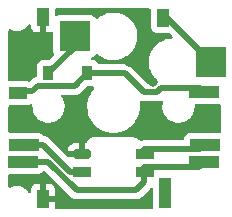
<source format=gbr>
%TF.GenerationSoftware,KiCad,Pcbnew,(6.0.2-0)*%
%TF.CreationDate,2022-10-03T22:05:57+11:00*%
%TF.ProjectId,ameoba,616d656f-6261-42e6-9b69-6361645f7063,rev?*%
%TF.SameCoordinates,Original*%
%TF.FileFunction,Copper,L2,Bot*%
%TF.FilePolarity,Positive*%
%FSLAX46Y46*%
G04 Gerber Fmt 4.6, Leading zero omitted, Abs format (unit mm)*
G04 Created by KiCad (PCBNEW (6.0.2-0)) date 2022-10-03 22:05:57*
%MOMM*%
%LPD*%
G01*
G04 APERTURE LIST*
G04 Aperture macros list*
%AMRoundRect*
0 Rectangle with rounded corners*
0 $1 Rounding radius*
0 $2 $3 $4 $5 $6 $7 $8 $9 X,Y pos of 4 corners*
0 Add a 4 corners polygon primitive as box body*
4,1,4,$2,$3,$4,$5,$6,$7,$8,$9,$2,$3,0*
0 Add four circle primitives for the rounded corners*
1,1,$1+$1,$2,$3*
1,1,$1+$1,$4,$5*
1,1,$1+$1,$6,$7*
1,1,$1+$1,$8,$9*
0 Add four rect primitives between the rounded corners*
20,1,$1+$1,$2,$3,$4,$5,0*
20,1,$1+$1,$4,$5,$6,$7,0*
20,1,$1+$1,$6,$7,$8,$9,0*
20,1,$1+$1,$8,$9,$2,$3,0*%
G04 Aperture macros list end*
%TA.AperFunction,SMDPad,CuDef*%
%ADD10R,1.492724X0.824104*%
%TD*%
%TA.AperFunction,SMDPad,CuDef*%
%ADD11R,1.492724X0.810988*%
%TD*%
%TA.AperFunction,SMDPad,CuDef*%
%ADD12R,1.489015X0.821296*%
%TD*%
%TA.AperFunction,SMDPad,CuDef*%
%ADD13RoundRect,0.205318X0.539189X0.205318X-0.539189X0.205318X-0.539189X-0.205318X0.539189X-0.205318X0*%
%TD*%
%TA.AperFunction,ComponentPad*%
%ADD14R,1.000000X1.500000*%
%TD*%
%TA.AperFunction,ComponentPad*%
%ADD15R,2.500000X1.000000*%
%TD*%
%TA.AperFunction,SMDPad,CuDef*%
%ADD16R,2.600000X2.600000*%
%TD*%
%TA.AperFunction,ComponentPad*%
%ADD17R,1.000000X2.500000*%
%TD*%
%TA.AperFunction,ComponentPad*%
%ADD18R,1.500000X1.000000*%
%TD*%
%TA.AperFunction,SMDPad,CuDef*%
%ADD19R,0.900000X1.200000*%
%TD*%
%TA.AperFunction,ViaPad*%
%ADD20C,0.800000*%
%TD*%
%TA.AperFunction,Conductor*%
%ADD21C,0.500000*%
%TD*%
%TA.AperFunction,Conductor*%
%ADD22C,0.250000*%
%TD*%
G04 APERTURE END LIST*
D10*
%TO.P,REF\u002A\u002A,1*%
%TO.N,VCC*%
X28065013Y-30847946D03*
D11*
%TO.P,REF\u002A\u002A,2*%
%TO.N,DOUT*%
X28065013Y-29345495D03*
D12*
%TO.P,REF\u002A\u002A,4*%
%TO.N,DIN*%
X22755893Y-30849352D03*
D13*
%TO.P,REF\u002A\u002A,3*%
%TO.N,GND*%
X22755893Y-29349364D03*
%TD*%
D14*
%TO.P,,1,Pin_1*%
%TO.N,GND*%
X19421896Y-33125322D03*
%TD*%
D15*
%TO.P,,1,Pin_1*%
%TO.N,VCC*%
X33090198Y-30023078D03*
%TD*%
D16*
%TO.P,S16,1*%
%TO.N,row_1*%
X22125000Y-19390000D03*
%TO.P,S16,2*%
%TO.N,column_1*%
X33675000Y-21590000D03*
%TD*%
D15*
%TO.P,,1,Pin_1*%
%TO.N,DOUT*%
X33120913Y-28579460D03*
%TD*%
D14*
%TO.P,,1,Pin_1*%
%TO.N,GND*%
X19421896Y-17798395D03*
%TD*%
D15*
%TO.P,,1,Pin_1*%
%TO.N,VCC*%
X17763271Y-30023078D03*
%TD*%
D17*
%TO.P,J7,1,Pin_1*%
%TO.N,column_1*%
X29754717Y-32634037D03*
%TD*%
D18*
%TO.P,,1,Pin_1*%
%TO.N,row_2*%
X17333257Y-24217890D03*
%TD*%
D15*
%TO.P,,1,Pin_1*%
%TO.N,DIN*%
X17793986Y-28579460D03*
%TD*%
%TO.P,J5,1,Pin_1*%
%TO.N,row_2*%
X33020000Y-24130000D03*
%TD*%
D14*
%TO.P,J3,1,Pin_1*%
%TO.N,column_1*%
X29569391Y-17854473D03*
%TD*%
D19*
%TO.P,D3,1*%
%TO.N,row_2*%
X23191251Y-22528549D03*
%TO.P,D3,2*%
%TO.N,row_1*%
X19891251Y-22528549D03*
%TD*%
D20*
%TO.N,GND*%
X26670000Y-21590000D03*
X28759342Y-23296431D03*
X21590000Y-26670000D03*
X17947563Y-21177076D03*
X32967336Y-26582966D03*
%TD*%
D21*
%TO.N,DIN*%
X17793986Y-28579460D02*
X19441526Y-28579460D01*
X19441526Y-28579460D02*
X21711418Y-30849352D01*
X21711418Y-30849352D02*
X22755893Y-30849352D01*
%TO.N,VCC*%
X33090198Y-30023078D02*
X32647351Y-30465925D01*
X32647351Y-30465925D02*
X27961377Y-30465925D01*
X27961377Y-31756832D02*
X27276458Y-32441751D01*
X27961377Y-30465925D02*
X27961377Y-31756832D01*
X27276458Y-32441751D02*
X22294115Y-32441751D01*
X22294115Y-32441751D02*
X19875442Y-30023078D01*
X19875442Y-30023078D02*
X17763271Y-30023078D01*
%TO.N,column_1*%
X29569391Y-17854473D02*
X29939473Y-17854473D01*
X29939473Y-17854473D02*
X33675000Y-21590000D01*
%TO.N,row_1*%
X22125000Y-19450000D02*
X22125000Y-20294800D01*
X22125000Y-20294800D02*
X19891251Y-22528549D01*
%TO.N,row_2*%
X17333257Y-24217890D02*
X17501568Y-24049579D01*
X33020000Y-24130000D02*
X32699867Y-23809867D01*
X26338549Y-22528549D02*
X23191251Y-22528549D01*
D22*
X17640410Y-23910737D02*
X17333257Y-24217890D01*
D21*
X18538871Y-24049579D02*
X19010390Y-23578060D01*
X32699867Y-23809867D02*
X29447297Y-23809867D01*
X19010390Y-23578060D02*
X22141740Y-23578060D01*
X27955942Y-24145942D02*
X26338549Y-22528549D01*
X17501568Y-24049579D02*
X18538871Y-24049579D01*
X29447297Y-23809867D02*
X29111222Y-24145942D01*
X29111222Y-24145942D02*
X27955942Y-24145942D01*
X22141740Y-23578060D02*
X23191251Y-22528549D01*
%TO.N,DOUT*%
X27961377Y-28965925D02*
X32734448Y-28965925D01*
X32734448Y-28965925D02*
X33120913Y-28579460D01*
%TD*%
%TA.AperFunction,Conductor*%
%TO.N,GND*%
G36*
X19603312Y-30823629D02*
G01*
X21710345Y-32930662D01*
X21722731Y-32945074D01*
X21731264Y-32956669D01*
X21731269Y-32956674D01*
X21735607Y-32962569D01*
X21741185Y-32967308D01*
X21741188Y-32967311D01*
X21775883Y-32996786D01*
X21783399Y-33003716D01*
X21789094Y-33009411D01*
X21791976Y-33011691D01*
X21811366Y-33027032D01*
X21814770Y-33029823D01*
X21864818Y-33072342D01*
X21870400Y-33077084D01*
X21876916Y-33080412D01*
X21881965Y-33083779D01*
X21887094Y-33086946D01*
X21892831Y-33091485D01*
X21958990Y-33122406D01*
X21962884Y-33124309D01*
X22027923Y-33157520D01*
X22035031Y-33159259D01*
X22040674Y-33161358D01*
X22046437Y-33163275D01*
X22053065Y-33166373D01*
X22060227Y-33167863D01*
X22060228Y-33167863D01*
X22124527Y-33181237D01*
X22128811Y-33182207D01*
X22199725Y-33199559D01*
X22205327Y-33199907D01*
X22205330Y-33199907D01*
X22210879Y-33200251D01*
X22210877Y-33200287D01*
X22214870Y-33200526D01*
X22219062Y-33200900D01*
X22226230Y-33202391D01*
X22303635Y-33200297D01*
X22307043Y-33200251D01*
X27209388Y-33200251D01*
X27228338Y-33201684D01*
X27242573Y-33203850D01*
X27242577Y-33203850D01*
X27249807Y-33204950D01*
X27257099Y-33204357D01*
X27257102Y-33204357D01*
X27302476Y-33200666D01*
X27312691Y-33200251D01*
X27320751Y-33200251D01*
X27338138Y-33198224D01*
X27348965Y-33196962D01*
X27353340Y-33196529D01*
X27418797Y-33191205D01*
X27418800Y-33191204D01*
X27426095Y-33190611D01*
X27433059Y-33188355D01*
X27439018Y-33187164D01*
X27444873Y-33185780D01*
X27452139Y-33184933D01*
X27520785Y-33160016D01*
X27524913Y-33158599D01*
X27587394Y-33138358D01*
X27587396Y-33138357D01*
X27594357Y-33136102D01*
X27600612Y-33132306D01*
X27606086Y-33129800D01*
X27611516Y-33127081D01*
X27618395Y-33124584D01*
X27627980Y-33118300D01*
X27679434Y-33084565D01*
X27683138Y-33082228D01*
X27745565Y-33044346D01*
X27753942Y-33036948D01*
X27753966Y-33036975D01*
X27756958Y-33034322D01*
X27760191Y-33031619D01*
X27766310Y-33027607D01*
X27819586Y-32971368D01*
X27821964Y-32968926D01*
X28450288Y-32340602D01*
X28464700Y-32328216D01*
X28476295Y-32319683D01*
X28476300Y-32319678D01*
X28482195Y-32315340D01*
X28486934Y-32309762D01*
X28486937Y-32309759D01*
X28516412Y-32275064D01*
X28523342Y-32267548D01*
X28529038Y-32261852D01*
X28529743Y-32262557D01*
X28586340Y-32227246D01*
X28657330Y-32228196D01*
X28716537Y-32267376D01*
X28745163Y-32332345D01*
X28746217Y-32348606D01*
X28746217Y-33876000D01*
X28726215Y-33944121D01*
X28672559Y-33990614D01*
X28620217Y-34002000D01*
X20555896Y-34002000D01*
X20487775Y-33981998D01*
X20441282Y-33928342D01*
X20429896Y-33876000D01*
X20429896Y-33397437D01*
X20425421Y-33382198D01*
X20424031Y-33380993D01*
X20416348Y-33379322D01*
X19293896Y-33379322D01*
X19225775Y-33359320D01*
X19179282Y-33305664D01*
X19167896Y-33253322D01*
X19167896Y-32853207D01*
X19675896Y-32853207D01*
X19680371Y-32868446D01*
X19681761Y-32869651D01*
X19689444Y-32871322D01*
X20411780Y-32871322D01*
X20427019Y-32866847D01*
X20428224Y-32865457D01*
X20429895Y-32857774D01*
X20429895Y-32330653D01*
X20429525Y-32323832D01*
X20424001Y-32272970D01*
X20420375Y-32257718D01*
X20375220Y-32137268D01*
X20366682Y-32121673D01*
X20290181Y-32019598D01*
X20277620Y-32007037D01*
X20175545Y-31930536D01*
X20159950Y-31921998D01*
X20039502Y-31876844D01*
X20024247Y-31873217D01*
X19973382Y-31867691D01*
X19966568Y-31867322D01*
X19694011Y-31867322D01*
X19678772Y-31871797D01*
X19677567Y-31873187D01*
X19675896Y-31880870D01*
X19675896Y-32853207D01*
X19167896Y-32853207D01*
X19167896Y-31885438D01*
X19163421Y-31870199D01*
X19162031Y-31868994D01*
X19154348Y-31867323D01*
X18877227Y-31867323D01*
X18870406Y-31867693D01*
X18819544Y-31873217D01*
X18804292Y-31876843D01*
X18683842Y-31921998D01*
X18668247Y-31930536D01*
X18566172Y-32007037D01*
X18553611Y-32019598D01*
X18477110Y-32121673D01*
X18468572Y-32137268D01*
X18423418Y-32257716D01*
X18419791Y-32272971D01*
X18414265Y-32323836D01*
X18413896Y-32330650D01*
X18413896Y-32527065D01*
X18393894Y-32595186D01*
X18340238Y-32641679D01*
X18269964Y-32651783D01*
X18205384Y-32622289D01*
X18185126Y-32599965D01*
X18069167Y-32436493D01*
X18069166Y-32436492D01*
X18065701Y-32431607D01*
X17912905Y-32285337D01*
X17735207Y-32170598D01*
X17652504Y-32137268D01*
X17544587Y-32093776D01*
X17544584Y-32093775D01*
X17539018Y-32091532D01*
X17331418Y-32050990D01*
X17325856Y-32050718D01*
X17169909Y-32050718D01*
X17012189Y-32065766D01*
X16809221Y-32125310D01*
X16803894Y-32128054D01*
X16803893Y-32128054D01*
X16691692Y-32185841D01*
X16621973Y-32199250D01*
X16556072Y-32172837D01*
X16514913Y-32114988D01*
X16508000Y-32073825D01*
X16508000Y-31157578D01*
X16528002Y-31089457D01*
X16581658Y-31042964D01*
X16634000Y-31031578D01*
X19061405Y-31031578D01*
X19123587Y-31024823D01*
X19259976Y-30973693D01*
X19376532Y-30886339D01*
X19413391Y-30837158D01*
X19470251Y-30794644D01*
X19541070Y-30789619D01*
X19603312Y-30823629D01*
G37*
%TD.AperFunction*%
%TA.AperFunction,Conductor*%
G36*
X23725875Y-23657051D02*
G01*
X23772368Y-23710707D01*
X23782472Y-23780981D01*
X23753422Y-23845047D01*
X23615991Y-24005390D01*
X23613717Y-24008892D01*
X23613713Y-24008897D01*
X23457430Y-24249551D01*
X23455151Y-24253061D01*
X23453357Y-24256839D01*
X23453356Y-24256841D01*
X23423961Y-24318747D01*
X23328481Y-24519828D01*
X23327202Y-24523811D01*
X23327201Y-24523814D01*
X23255050Y-24748537D01*
X23238205Y-24801004D01*
X23233436Y-24827512D01*
X23192986Y-25052325D01*
X23185910Y-25091650D01*
X23185721Y-25095817D01*
X23185720Y-25095824D01*
X23177163Y-25284269D01*
X23172514Y-25386659D01*
X23172877Y-25390807D01*
X23172877Y-25390811D01*
X23174517Y-25409553D01*
X23198252Y-25680849D01*
X23199162Y-25684921D01*
X23199163Y-25684926D01*
X23257659Y-25946622D01*
X23262672Y-25969050D01*
X23364644Y-26246199D01*
X23366591Y-26249892D01*
X23366592Y-26249894D01*
X23402549Y-26318092D01*
X23502374Y-26507427D01*
X23504794Y-26510832D01*
X23671019Y-26744735D01*
X23671024Y-26744741D01*
X23673443Y-26748145D01*
X23676287Y-26751195D01*
X23676292Y-26751201D01*
X23811003Y-26895661D01*
X23874846Y-26964124D01*
X24103045Y-27151568D01*
X24354029Y-27307185D01*
X24623390Y-27428241D01*
X24796191Y-27479755D01*
X24855052Y-27497302D01*
X24906395Y-27512608D01*
X24910515Y-27513261D01*
X24910517Y-27513261D01*
X25194592Y-27558255D01*
X25194598Y-27558256D01*
X25198073Y-27558806D01*
X25222632Y-27559921D01*
X25289017Y-27562936D01*
X25289038Y-27562936D01*
X25290437Y-27563000D01*
X25474901Y-27563000D01*
X25694664Y-27548403D01*
X25698763Y-27547577D01*
X25698767Y-27547576D01*
X25872190Y-27512608D01*
X25984151Y-27490033D01*
X26263375Y-27393888D01*
X26433089Y-27308902D01*
X26523695Y-27263530D01*
X26523697Y-27263529D01*
X26527431Y-27261659D01*
X26771678Y-27095668D01*
X26991827Y-26898832D01*
X26994545Y-26895661D01*
X27181289Y-26677784D01*
X27181292Y-26677780D01*
X27184009Y-26674610D01*
X27186283Y-26671108D01*
X27186287Y-26671103D01*
X27342570Y-26430449D01*
X27342573Y-26430444D01*
X27344849Y-26426939D01*
X27354680Y-26406236D01*
X27469723Y-26163954D01*
X27471519Y-26160172D01*
X27541676Y-25941661D01*
X27560515Y-25882983D01*
X27560515Y-25882982D01*
X27561795Y-25878996D01*
X27589174Y-25726831D01*
X27613351Y-25592459D01*
X27613352Y-25592454D01*
X27614090Y-25588350D01*
X27617581Y-25511486D01*
X27627297Y-25297511D01*
X27627297Y-25297506D01*
X27627486Y-25293341D01*
X27626693Y-25284269D01*
X27602966Y-25013070D01*
X27616955Y-24943466D01*
X27666355Y-24892473D01*
X27735481Y-24876283D01*
X27754145Y-24878729D01*
X27786353Y-24885428D01*
X27790638Y-24886398D01*
X27861552Y-24903750D01*
X27867154Y-24904098D01*
X27867157Y-24904098D01*
X27872706Y-24904442D01*
X27872704Y-24904478D01*
X27876697Y-24904717D01*
X27880889Y-24905091D01*
X27888057Y-24906582D01*
X27965462Y-24904488D01*
X27968870Y-24904442D01*
X29044152Y-24904442D01*
X29063102Y-24905875D01*
X29077337Y-24908041D01*
X29077341Y-24908041D01*
X29084571Y-24909141D01*
X29091863Y-24908548D01*
X29091866Y-24908548D01*
X29137240Y-24904857D01*
X29147455Y-24904442D01*
X29155515Y-24904442D01*
X29172902Y-24902415D01*
X29183729Y-24901153D01*
X29188104Y-24900720D01*
X29253561Y-24895396D01*
X29253564Y-24895395D01*
X29260859Y-24894802D01*
X29267823Y-24892546D01*
X29273782Y-24891355D01*
X29279637Y-24889971D01*
X29286903Y-24889124D01*
X29355549Y-24864207D01*
X29359662Y-24862795D01*
X29423117Y-24842238D01*
X29494085Y-24840272D01*
X29554851Y-24876988D01*
X29586121Y-24940727D01*
X29582281Y-24999465D01*
X29567511Y-25047033D01*
X29556284Y-25131745D01*
X29539280Y-25260041D01*
X29537200Y-25275732D01*
X29537400Y-25281062D01*
X29537400Y-25281063D01*
X29541364Y-25386659D01*
X29545854Y-25506268D01*
X29593228Y-25732050D01*
X29677967Y-25946622D01*
X29797647Y-26143849D01*
X29801144Y-26147879D01*
X29887768Y-26247704D01*
X29948847Y-26318092D01*
X29952978Y-26321479D01*
X30123115Y-26460984D01*
X30123121Y-26460988D01*
X30127243Y-26464368D01*
X30327735Y-26578494D01*
X30332751Y-26580315D01*
X30332756Y-26580317D01*
X30539575Y-26655389D01*
X30539579Y-26655390D01*
X30544590Y-26657209D01*
X30549839Y-26658158D01*
X30549842Y-26658159D01*
X30767523Y-26697522D01*
X30767530Y-26697523D01*
X30771607Y-26698260D01*
X30789344Y-26699096D01*
X30794292Y-26699330D01*
X30794299Y-26699330D01*
X30795780Y-26699400D01*
X30957925Y-26699400D01*
X31024881Y-26693719D01*
X31124562Y-26685261D01*
X31124566Y-26685260D01*
X31129873Y-26684810D01*
X31135028Y-26683472D01*
X31135034Y-26683471D01*
X31348003Y-26628195D01*
X31348007Y-26628194D01*
X31353172Y-26626853D01*
X31358038Y-26624661D01*
X31358041Y-26624660D01*
X31558649Y-26534293D01*
X31563515Y-26532101D01*
X31567935Y-26529125D01*
X31567939Y-26529123D01*
X31714503Y-26430449D01*
X31754885Y-26403262D01*
X31921812Y-26244022D01*
X32059521Y-26058934D01*
X32114305Y-25951183D01*
X32161658Y-25858046D01*
X32161658Y-25858045D01*
X32164077Y-25853288D01*
X32217621Y-25680849D01*
X32230905Y-25638070D01*
X32230906Y-25638064D01*
X32232489Y-25632967D01*
X32262800Y-25404268D01*
X32262139Y-25386659D01*
X32257731Y-25269226D01*
X32275163Y-25200403D01*
X32327037Y-25151930D01*
X32383642Y-25138500D01*
X34318134Y-25138500D01*
X34352393Y-25134778D01*
X34422273Y-25147305D01*
X34474290Y-25195625D01*
X34492000Y-25260041D01*
X34492000Y-27444960D01*
X34471998Y-27513081D01*
X34418342Y-27559574D01*
X34366000Y-27570960D01*
X31822779Y-27570960D01*
X31760597Y-27577715D01*
X31624208Y-27628845D01*
X31507652Y-27716199D01*
X31420298Y-27832755D01*
X31369168Y-27969144D01*
X31362413Y-28031326D01*
X31362413Y-28081425D01*
X31342411Y-28149546D01*
X31288755Y-28196039D01*
X31236413Y-28207425D01*
X27917084Y-28207425D01*
X27837870Y-28216660D01*
X27792967Y-28221895D01*
X27792964Y-28221896D01*
X27785696Y-28222743D01*
X27733879Y-28241552D01*
X27663023Y-28245994D01*
X27601013Y-28211423D01*
X27588247Y-28196194D01*
X27586285Y-28193438D01*
X27586282Y-28193435D01*
X27582606Y-28188272D01*
X27480253Y-28092743D01*
X27360882Y-28019583D01*
X27229304Y-27971740D01*
X27164666Y-27962126D01*
X27148125Y-27959666D01*
X27139931Y-27958169D01*
X27108172Y-27951274D01*
X27108165Y-27951273D01*
X27103416Y-27950242D01*
X27098563Y-27949954D01*
X27098559Y-27949953D01*
X27095762Y-27949787D01*
X27095761Y-27949787D01*
X27090898Y-27949498D01*
X27086046Y-27949961D01*
X27049116Y-27953485D01*
X27036744Y-27954054D01*
X26148065Y-27951209D01*
X23748379Y-27943527D01*
X23742444Y-27943367D01*
X23683899Y-27940403D01*
X23679065Y-27940907D01*
X23679061Y-27940907D01*
X23676271Y-27941198D01*
X23676270Y-27941198D01*
X23671427Y-27941703D01*
X23637687Y-27950619D01*
X23622968Y-27953582D01*
X23588402Y-27958419D01*
X23580219Y-27962108D01*
X23571596Y-27964599D01*
X23571501Y-27964271D01*
X23561614Y-27967548D01*
X23534888Y-27973430D01*
X23406923Y-28030223D01*
X23292880Y-28111431D01*
X23197355Y-28213780D01*
X23124197Y-28333146D01*
X23119544Y-28345943D01*
X23117744Y-28350891D01*
X23075666Y-28408074D01*
X23034830Y-28428725D01*
X23012769Y-28435203D01*
X23011564Y-28436593D01*
X23009893Y-28444276D01*
X23009893Y-29477364D01*
X22989891Y-29545485D01*
X22936235Y-29591978D01*
X22883893Y-29603364D01*
X21590301Y-29603364D01*
X21522180Y-29583362D01*
X21501206Y-29566459D01*
X21012088Y-29077341D01*
X21505365Y-29077341D01*
X21508093Y-29092040D01*
X21520328Y-29095364D01*
X22483778Y-29095364D01*
X22499017Y-29090889D01*
X22500222Y-29089499D01*
X22501893Y-29081816D01*
X22501893Y-28448843D01*
X22497418Y-28433604D01*
X22496028Y-28432399D01*
X22488345Y-28430728D01*
X22172576Y-28430728D01*
X22166060Y-28431065D01*
X22076698Y-28440337D01*
X22063302Y-28443230D01*
X21919003Y-28491372D01*
X21905825Y-28497546D01*
X21776840Y-28577364D01*
X21765439Y-28586400D01*
X21658269Y-28693757D01*
X21649257Y-28705168D01*
X21569657Y-28834303D01*
X21563513Y-28847481D01*
X21515617Y-28991882D01*
X21512751Y-29005248D01*
X21505365Y-29077341D01*
X21012088Y-29077341D01*
X20025296Y-28090549D01*
X20012910Y-28076137D01*
X20004377Y-28064542D01*
X20004372Y-28064537D01*
X20000034Y-28058642D01*
X19994456Y-28053903D01*
X19994453Y-28053900D01*
X19959758Y-28024425D01*
X19952242Y-28017495D01*
X19946547Y-28011800D01*
X19940406Y-28006942D01*
X19924275Y-27994179D01*
X19920871Y-27991388D01*
X19870823Y-27948869D01*
X19870821Y-27948868D01*
X19865241Y-27944127D01*
X19858725Y-27940799D01*
X19853676Y-27937432D01*
X19848547Y-27934265D01*
X19842810Y-27929726D01*
X19776651Y-27898805D01*
X19772751Y-27896899D01*
X19707718Y-27863691D01*
X19700610Y-27861952D01*
X19694967Y-27859853D01*
X19689204Y-27857936D01*
X19682576Y-27854838D01*
X19611109Y-27839973D01*
X19606825Y-27839003D01*
X19581291Y-27832755D01*
X19535916Y-27821652D01*
X19531067Y-27821351D01*
X19466944Y-27791434D01*
X19449408Y-27772454D01*
X19407247Y-27716199D01*
X19290691Y-27628845D01*
X19154302Y-27577715D01*
X19092120Y-27570960D01*
X16634000Y-27570960D01*
X16565879Y-27550958D01*
X16519386Y-27497302D01*
X16508000Y-27444960D01*
X16508000Y-25352390D01*
X16528002Y-25284269D01*
X16581658Y-25237776D01*
X16634000Y-25226390D01*
X18131391Y-25226390D01*
X18193573Y-25219635D01*
X18329962Y-25168505D01*
X18337149Y-25163119D01*
X18345017Y-25158811D01*
X18345753Y-25160155D01*
X18402988Y-25138773D01*
X18472370Y-25153827D01*
X18522599Y-25204003D01*
X18537904Y-25270382D01*
X18537901Y-25270441D01*
X18537200Y-25275732D01*
X18537400Y-25281063D01*
X18537400Y-25281066D01*
X18541364Y-25386659D01*
X18545854Y-25506268D01*
X18593228Y-25732050D01*
X18677967Y-25946622D01*
X18797647Y-26143849D01*
X18801144Y-26147879D01*
X18887768Y-26247704D01*
X18948847Y-26318092D01*
X18952978Y-26321479D01*
X19123115Y-26460984D01*
X19123121Y-26460988D01*
X19127243Y-26464368D01*
X19327735Y-26578494D01*
X19332751Y-26580315D01*
X19332756Y-26580317D01*
X19539575Y-26655389D01*
X19539579Y-26655390D01*
X19544590Y-26657209D01*
X19549839Y-26658158D01*
X19549842Y-26658159D01*
X19767523Y-26697522D01*
X19767530Y-26697523D01*
X19771607Y-26698260D01*
X19789344Y-26699096D01*
X19794292Y-26699330D01*
X19794299Y-26699330D01*
X19795780Y-26699400D01*
X19957925Y-26699400D01*
X20024881Y-26693719D01*
X20124562Y-26685261D01*
X20124566Y-26685260D01*
X20129873Y-26684810D01*
X20135028Y-26683472D01*
X20135034Y-26683471D01*
X20348003Y-26628195D01*
X20348007Y-26628194D01*
X20353172Y-26626853D01*
X20358038Y-26624661D01*
X20358041Y-26624660D01*
X20558649Y-26534293D01*
X20563515Y-26532101D01*
X20567935Y-26529125D01*
X20567939Y-26529123D01*
X20714503Y-26430449D01*
X20754885Y-26403262D01*
X20921812Y-26244022D01*
X21059521Y-26058934D01*
X21114305Y-25951183D01*
X21161658Y-25858046D01*
X21161658Y-25858045D01*
X21164077Y-25853288D01*
X21217621Y-25680849D01*
X21230905Y-25638070D01*
X21230906Y-25638064D01*
X21232489Y-25632967D01*
X21262800Y-25404268D01*
X21261983Y-25382489D01*
X21254346Y-25179063D01*
X21254146Y-25173732D01*
X21206772Y-24947950D01*
X21203920Y-24940727D01*
X21143427Y-24787552D01*
X21122033Y-24733378D01*
X21002353Y-24536151D01*
X21001807Y-24535522D01*
X20978292Y-24469968D01*
X20994254Y-24400789D01*
X21045084Y-24351222D01*
X21104074Y-24336560D01*
X22074670Y-24336560D01*
X22093620Y-24337993D01*
X22107855Y-24340159D01*
X22107859Y-24340159D01*
X22115089Y-24341259D01*
X22122381Y-24340666D01*
X22122384Y-24340666D01*
X22167758Y-24336975D01*
X22177973Y-24336560D01*
X22186033Y-24336560D01*
X22199323Y-24335011D01*
X22214247Y-24333271D01*
X22218622Y-24332838D01*
X22284079Y-24327514D01*
X22284082Y-24327513D01*
X22291377Y-24326920D01*
X22298341Y-24324664D01*
X22304300Y-24323473D01*
X22310155Y-24322089D01*
X22317421Y-24321242D01*
X22386067Y-24296325D01*
X22390195Y-24294908D01*
X22452676Y-24274667D01*
X22452678Y-24274666D01*
X22459639Y-24272411D01*
X22465894Y-24268615D01*
X22471368Y-24266109D01*
X22476798Y-24263390D01*
X22483677Y-24260893D01*
X22495623Y-24253061D01*
X22544716Y-24220874D01*
X22548420Y-24218537D01*
X22610847Y-24180655D01*
X22619224Y-24173257D01*
X22619248Y-24173284D01*
X22622240Y-24170631D01*
X22625473Y-24167928D01*
X22631592Y-24163916D01*
X22684868Y-24107677D01*
X22687246Y-24105235D01*
X23118527Y-23673954D01*
X23180839Y-23639928D01*
X23207622Y-23637049D01*
X23657754Y-23637049D01*
X23725875Y-23657051D01*
G37*
%TD.AperFunction*%
%TA.AperFunction,Conductor*%
G36*
X28503012Y-17038002D02*
G01*
X28549505Y-17091658D01*
X28560891Y-17144000D01*
X28560891Y-18652607D01*
X28567646Y-18714789D01*
X28618776Y-18851178D01*
X28706130Y-18967734D01*
X28822686Y-19055088D01*
X28959075Y-19106218D01*
X29021257Y-19112973D01*
X30073102Y-19112973D01*
X30141223Y-19132975D01*
X30162197Y-19149878D01*
X30381065Y-19368746D01*
X30415091Y-19431058D01*
X30410026Y-19501873D01*
X30367479Y-19558709D01*
X30300760Y-19583534D01*
X30224962Y-19588835D01*
X30119788Y-19596189D01*
X29845030Y-19654591D01*
X29840901Y-19656094D01*
X29840897Y-19656095D01*
X29585219Y-19749154D01*
X29585215Y-19749156D01*
X29581074Y-19750663D01*
X29333058Y-19882536D01*
X29105808Y-20047642D01*
X28903748Y-20242769D01*
X28730812Y-20464118D01*
X28728616Y-20467922D01*
X28728611Y-20467929D01*
X28614794Y-20665067D01*
X28590364Y-20707381D01*
X28485138Y-20967824D01*
X28484073Y-20972097D01*
X28484072Y-20972099D01*
X28422637Y-21218502D01*
X28417183Y-21240376D01*
X28416724Y-21244744D01*
X28416723Y-21244749D01*
X28397589Y-21426804D01*
X28387822Y-21519733D01*
X28387975Y-21524121D01*
X28387975Y-21524127D01*
X28397212Y-21788618D01*
X28397625Y-21800458D01*
X28398387Y-21804781D01*
X28398388Y-21804788D01*
X28414817Y-21897958D01*
X28446402Y-22077087D01*
X28533203Y-22344235D01*
X28656340Y-22596702D01*
X28658795Y-22600341D01*
X28658798Y-22600347D01*
X28661576Y-22604465D01*
X28813415Y-22829576D01*
X28816364Y-22832851D01*
X28816367Y-22832855D01*
X28990900Y-23026694D01*
X29021617Y-23090701D01*
X29012853Y-23161155D01*
X28977091Y-23206028D01*
X28978190Y-23207272D01*
X28969813Y-23214670D01*
X28969789Y-23214643D01*
X28966797Y-23217296D01*
X28963564Y-23219999D01*
X28957445Y-23224011D01*
X28952413Y-23229323D01*
X28904169Y-23280250D01*
X28901791Y-23282692D01*
X28833946Y-23350537D01*
X28771634Y-23384563D01*
X28744851Y-23387442D01*
X28322313Y-23387442D01*
X28254192Y-23367440D01*
X28233218Y-23350537D01*
X26922319Y-22039638D01*
X26909933Y-22025226D01*
X26901400Y-22013631D01*
X26901395Y-22013626D01*
X26897057Y-22007731D01*
X26891479Y-22002992D01*
X26891476Y-22002989D01*
X26856781Y-21973514D01*
X26849265Y-21966584D01*
X26843570Y-21960889D01*
X26837429Y-21956031D01*
X26821298Y-21943268D01*
X26817894Y-21940477D01*
X26767846Y-21897958D01*
X26767844Y-21897957D01*
X26762264Y-21893216D01*
X26755748Y-21889888D01*
X26750699Y-21886521D01*
X26745570Y-21883354D01*
X26739833Y-21878815D01*
X26673674Y-21847894D01*
X26669774Y-21845988D01*
X26604741Y-21812780D01*
X26597633Y-21811041D01*
X26591990Y-21808942D01*
X26586227Y-21807025D01*
X26579599Y-21803927D01*
X26508132Y-21789062D01*
X26503848Y-21788092D01*
X26432939Y-21770741D01*
X26427337Y-21770393D01*
X26427334Y-21770393D01*
X26421785Y-21770049D01*
X26421787Y-21770013D01*
X26417794Y-21769774D01*
X26413602Y-21769400D01*
X26406434Y-21767909D01*
X26340224Y-21769700D01*
X26329028Y-21770003D01*
X26325621Y-21770049D01*
X24212260Y-21770049D01*
X24144139Y-21750047D01*
X24097646Y-21696391D01*
X24095348Y-21690855D01*
X24095018Y-21690252D01*
X24091866Y-21681844D01*
X24004512Y-21565288D01*
X23887956Y-21477934D01*
X23751567Y-21426804D01*
X23689385Y-21420049D01*
X23621367Y-21420049D01*
X23553246Y-21400047D01*
X23506753Y-21346391D01*
X23496649Y-21276117D01*
X23526143Y-21211537D01*
X23577137Y-21176067D01*
X23663297Y-21143767D01*
X23671705Y-21140615D01*
X23788261Y-21053261D01*
X23875615Y-20936705D01*
X23878049Y-20930213D01*
X23927579Y-20880795D01*
X23996970Y-20865781D01*
X24068831Y-20894928D01*
X24116524Y-20934947D01*
X24216550Y-21018879D01*
X24454764Y-21167731D01*
X24711375Y-21281982D01*
X24981390Y-21359407D01*
X24985740Y-21360018D01*
X24985743Y-21360019D01*
X25088690Y-21374487D01*
X25259552Y-21398500D01*
X25470146Y-21398500D01*
X25472332Y-21398347D01*
X25472336Y-21398347D01*
X25675827Y-21384118D01*
X25675832Y-21384117D01*
X25680212Y-21383811D01*
X25954970Y-21325409D01*
X25959099Y-21323906D01*
X25959103Y-21323905D01*
X26214781Y-21230846D01*
X26214785Y-21230844D01*
X26218926Y-21229337D01*
X26466942Y-21097464D01*
X26571896Y-21021211D01*
X26690629Y-20934947D01*
X26690632Y-20934944D01*
X26694192Y-20932358D01*
X26741214Y-20886950D01*
X26791569Y-20838322D01*
X26896252Y-20737231D01*
X27069188Y-20515882D01*
X27071384Y-20512078D01*
X27071389Y-20512071D01*
X27207435Y-20276431D01*
X27209636Y-20272619D01*
X27314862Y-20012176D01*
X27375215Y-19770114D01*
X27381753Y-19743893D01*
X27381754Y-19743888D01*
X27382817Y-19739624D01*
X27397797Y-19597102D01*
X27411719Y-19464636D01*
X27411719Y-19464633D01*
X27412178Y-19460267D01*
X27411158Y-19431058D01*
X27402529Y-19183939D01*
X27402528Y-19183933D01*
X27402375Y-19179542D01*
X27397145Y-19149878D01*
X27360419Y-18941596D01*
X27353598Y-18902913D01*
X27266797Y-18635765D01*
X27245971Y-18593064D01*
X27190708Y-18479760D01*
X27143660Y-18383298D01*
X27141205Y-18379659D01*
X27141202Y-18379653D01*
X27019256Y-18198861D01*
X26986585Y-18150424D01*
X26798629Y-17941678D01*
X26583450Y-17761121D01*
X26345236Y-17612269D01*
X26088625Y-17498018D01*
X25818610Y-17420593D01*
X25814260Y-17419982D01*
X25814257Y-17419981D01*
X25711310Y-17405513D01*
X25540448Y-17381500D01*
X25329854Y-17381500D01*
X25327668Y-17381653D01*
X25327664Y-17381653D01*
X25124173Y-17395882D01*
X25124168Y-17395883D01*
X25119788Y-17396189D01*
X24845030Y-17454591D01*
X24840901Y-17456094D01*
X24840897Y-17456095D01*
X24585219Y-17549154D01*
X24585215Y-17549156D01*
X24581074Y-17550663D01*
X24333058Y-17682536D01*
X24329499Y-17685122D01*
X24329497Y-17685123D01*
X24203770Y-17776469D01*
X24105808Y-17847642D01*
X24074597Y-17877782D01*
X24011703Y-17910714D01*
X23940987Y-17904415D01*
X23884901Y-17860884D01*
X23878271Y-17850379D01*
X23875615Y-17843295D01*
X23788261Y-17726739D01*
X23671705Y-17639385D01*
X23535316Y-17588255D01*
X23473134Y-17581500D01*
X20776866Y-17581500D01*
X20714684Y-17588255D01*
X20707288Y-17591027D01*
X20707282Y-17591029D01*
X20600124Y-17631201D01*
X20529317Y-17636384D01*
X20466948Y-17602463D01*
X20432819Y-17540207D01*
X20429895Y-17513219D01*
X20429895Y-17144000D01*
X20449897Y-17075879D01*
X20503553Y-17029386D01*
X20555895Y-17018000D01*
X28434891Y-17018000D01*
X28503012Y-17038002D01*
G37*
%TD.AperFunction*%
%TA.AperFunction,Conductor*%
G36*
X19618017Y-17564397D02*
G01*
X19664510Y-17618053D01*
X19675896Y-17670395D01*
X19675896Y-19038279D01*
X19680371Y-19053518D01*
X19681761Y-19054723D01*
X19689444Y-19056394D01*
X19966565Y-19056394D01*
X19973386Y-19056024D01*
X20024248Y-19050500D01*
X20039499Y-19046874D01*
X20146270Y-19006847D01*
X20217077Y-19001664D01*
X20279446Y-19035584D01*
X20313575Y-19097840D01*
X20316500Y-19124829D01*
X20316500Y-20738134D01*
X20323255Y-20800316D01*
X20326027Y-20807712D01*
X20326029Y-20807718D01*
X20355732Y-20886950D01*
X20360915Y-20957757D01*
X20326845Y-21020274D01*
X19963975Y-21383144D01*
X19901663Y-21417170D01*
X19874880Y-21420049D01*
X19393117Y-21420049D01*
X19330935Y-21426804D01*
X19194546Y-21477934D01*
X19077990Y-21565288D01*
X18990636Y-21681844D01*
X18939506Y-21818233D01*
X18932751Y-21880415D01*
X18932751Y-22712885D01*
X18912749Y-22781006D01*
X18859093Y-22827499D01*
X18839040Y-22834373D01*
X18834709Y-22834878D01*
X18827838Y-22837372D01*
X18827830Y-22837374D01*
X18766092Y-22859785D01*
X18761988Y-22861195D01*
X18692491Y-22883708D01*
X18686236Y-22887504D01*
X18680777Y-22890003D01*
X18675329Y-22892731D01*
X18668453Y-22895227D01*
X18607400Y-22935255D01*
X18603727Y-22937573D01*
X18541283Y-22975465D01*
X18532907Y-22982862D01*
X18532883Y-22982835D01*
X18529889Y-22985490D01*
X18526658Y-22988192D01*
X18520538Y-22992204D01*
X18487865Y-23026694D01*
X18467262Y-23048443D01*
X18464884Y-23050885D01*
X18328071Y-23187698D01*
X18265759Y-23221724D01*
X18209392Y-23217647D01*
X18208655Y-23220745D01*
X18200967Y-23218917D01*
X18193573Y-23216145D01*
X18185725Y-23215292D01*
X18185723Y-23215292D01*
X18134788Y-23209759D01*
X18131391Y-23209390D01*
X16634000Y-23209390D01*
X16565879Y-23189388D01*
X16519386Y-23135732D01*
X16508000Y-23083390D01*
X16508000Y-18914385D01*
X16528002Y-18846264D01*
X16581658Y-18799771D01*
X16651932Y-18789667D01*
X16702348Y-18808533D01*
X16723186Y-18821988D01*
X16728752Y-18824231D01*
X16913806Y-18898810D01*
X16913809Y-18898811D01*
X16919375Y-18901054D01*
X17126975Y-18941596D01*
X17132537Y-18941868D01*
X17288484Y-18941868D01*
X17446204Y-18926820D01*
X17649172Y-18867276D01*
X17680428Y-18851178D01*
X17831887Y-18773172D01*
X17831890Y-18773170D01*
X17837218Y-18770426D01*
X18003558Y-18639764D01*
X18007490Y-18635233D01*
X18007493Y-18635230D01*
X18138259Y-18484535D01*
X18142190Y-18480005D01*
X18145190Y-18474819D01*
X18145193Y-18474815D01*
X18178833Y-18416665D01*
X18230258Y-18367716D01*
X18299983Y-18354341D01*
X18365871Y-18380785D01*
X18407003Y-18438653D01*
X18413897Y-18479760D01*
X18413897Y-18593064D01*
X18414267Y-18599885D01*
X18419791Y-18650747D01*
X18423417Y-18665999D01*
X18468572Y-18786449D01*
X18477110Y-18802044D01*
X18553611Y-18904119D01*
X18566172Y-18916680D01*
X18668247Y-18993181D01*
X18683842Y-19001719D01*
X18804290Y-19046873D01*
X18819545Y-19050500D01*
X18870410Y-19056026D01*
X18877224Y-19056395D01*
X19149781Y-19056395D01*
X19165020Y-19051920D01*
X19166225Y-19050530D01*
X19167896Y-19042847D01*
X19167896Y-17670395D01*
X19187898Y-17602274D01*
X19241554Y-17555781D01*
X19293896Y-17544395D01*
X19549896Y-17544395D01*
X19618017Y-17564397D01*
G37*
%TD.AperFunction*%
%TD*%
M02*

</source>
